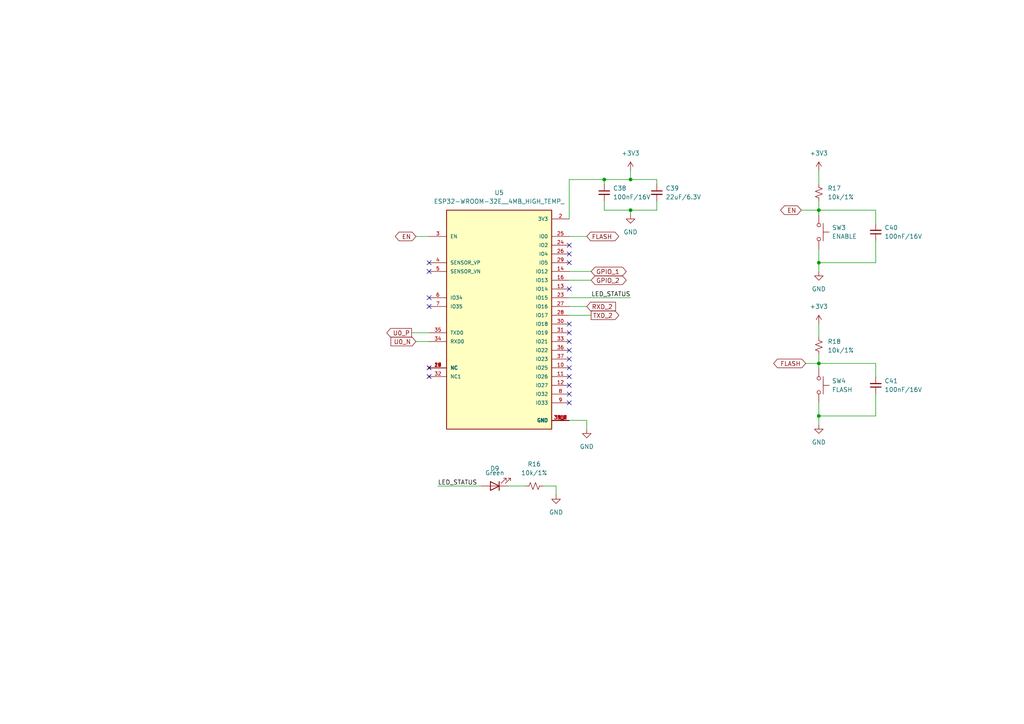
<source format=kicad_sch>
(kicad_sch (version 20230121) (generator eeschema)

  (uuid a303f1ac-9a01-4ec7-8c58-c67d6953299b)

  (paper "A4")

  (title_block
    (title "ESP32")
    (date "2024-03-08")
  )

  (lib_symbols
    (symbol "Device:C_Small" (pin_numbers hide) (pin_names (offset 0.254) hide) (in_bom yes) (on_board yes)
      (property "Reference" "C" (at 0.254 1.778 0)
        (effects (font (size 1.27 1.27)) (justify left))
      )
      (property "Value" "C_Small" (at 0.254 -2.032 0)
        (effects (font (size 1.27 1.27)) (justify left))
      )
      (property "Footprint" "" (at 0 0 0)
        (effects (font (size 1.27 1.27)) hide)
      )
      (property "Datasheet" "~" (at 0 0 0)
        (effects (font (size 1.27 1.27)) hide)
      )
      (property "ki_keywords" "capacitor cap" (at 0 0 0)
        (effects (font (size 1.27 1.27)) hide)
      )
      (property "ki_description" "Unpolarized capacitor, small symbol" (at 0 0 0)
        (effects (font (size 1.27 1.27)) hide)
      )
      (property "ki_fp_filters" "C_*" (at 0 0 0)
        (effects (font (size 1.27 1.27)) hide)
      )
      (symbol "C_Small_0_1"
        (polyline
          (pts
            (xy -1.524 -0.508)
            (xy 1.524 -0.508)
          )
          (stroke (width 0.3302) (type default))
          (fill (type none))
        )
        (polyline
          (pts
            (xy -1.524 0.508)
            (xy 1.524 0.508)
          )
          (stroke (width 0.3048) (type default))
          (fill (type none))
        )
      )
      (symbol "C_Small_1_1"
        (pin passive line (at 0 2.54 270) (length 2.032)
          (name "~" (effects (font (size 1.27 1.27))))
          (number "1" (effects (font (size 1.27 1.27))))
        )
        (pin passive line (at 0 -2.54 90) (length 2.032)
          (name "~" (effects (font (size 1.27 1.27))))
          (number "2" (effects (font (size 1.27 1.27))))
        )
      )
    )
    (symbol "Device:LED" (pin_numbers hide) (pin_names (offset 1.016) hide) (in_bom yes) (on_board yes)
      (property "Reference" "D" (at 0 2.54 0)
        (effects (font (size 1.27 1.27)))
      )
      (property "Value" "LED" (at 0 -2.54 0)
        (effects (font (size 1.27 1.27)))
      )
      (property "Footprint" "" (at 0 0 0)
        (effects (font (size 1.27 1.27)) hide)
      )
      (property "Datasheet" "~" (at 0 0 0)
        (effects (font (size 1.27 1.27)) hide)
      )
      (property "ki_keywords" "LED diode" (at 0 0 0)
        (effects (font (size 1.27 1.27)) hide)
      )
      (property "ki_description" "Light emitting diode" (at 0 0 0)
        (effects (font (size 1.27 1.27)) hide)
      )
      (property "ki_fp_filters" "LED* LED_SMD:* LED_THT:*" (at 0 0 0)
        (effects (font (size 1.27 1.27)) hide)
      )
      (symbol "LED_0_1"
        (polyline
          (pts
            (xy -1.27 -1.27)
            (xy -1.27 1.27)
          )
          (stroke (width 0.254) (type default))
          (fill (type none))
        )
        (polyline
          (pts
            (xy -1.27 0)
            (xy 1.27 0)
          )
          (stroke (width 0) (type default))
          (fill (type none))
        )
        (polyline
          (pts
            (xy 1.27 -1.27)
            (xy 1.27 1.27)
            (xy -1.27 0)
            (xy 1.27 -1.27)
          )
          (stroke (width 0.254) (type default))
          (fill (type none))
        )
        (polyline
          (pts
            (xy -3.048 -0.762)
            (xy -4.572 -2.286)
            (xy -3.81 -2.286)
            (xy -4.572 -2.286)
            (xy -4.572 -1.524)
          )
          (stroke (width 0) (type default))
          (fill (type none))
        )
        (polyline
          (pts
            (xy -1.778 -0.762)
            (xy -3.302 -2.286)
            (xy -2.54 -2.286)
            (xy -3.302 -2.286)
            (xy -3.302 -1.524)
          )
          (stroke (width 0) (type default))
          (fill (type none))
        )
      )
      (symbol "LED_1_1"
        (pin passive line (at -3.81 0 0) (length 2.54)
          (name "K" (effects (font (size 1.27 1.27))))
          (number "1" (effects (font (size 1.27 1.27))))
        )
        (pin passive line (at 3.81 0 180) (length 2.54)
          (name "A" (effects (font (size 1.27 1.27))))
          (number "2" (effects (font (size 1.27 1.27))))
        )
      )
    )
    (symbol "Device:R_Small_US" (pin_numbers hide) (pin_names (offset 0.254) hide) (in_bom yes) (on_board yes)
      (property "Reference" "R" (at 0.762 0.508 0)
        (effects (font (size 1.27 1.27)) (justify left))
      )
      (property "Value" "R_Small_US" (at 0.762 -1.016 0)
        (effects (font (size 1.27 1.27)) (justify left))
      )
      (property "Footprint" "" (at 0 0 0)
        (effects (font (size 1.27 1.27)) hide)
      )
      (property "Datasheet" "~" (at 0 0 0)
        (effects (font (size 1.27 1.27)) hide)
      )
      (property "ki_keywords" "r resistor" (at 0 0 0)
        (effects (font (size 1.27 1.27)) hide)
      )
      (property "ki_description" "Resistor, small US symbol" (at 0 0 0)
        (effects (font (size 1.27 1.27)) hide)
      )
      (property "ki_fp_filters" "R_*" (at 0 0 0)
        (effects (font (size 1.27 1.27)) hide)
      )
      (symbol "R_Small_US_1_1"
        (polyline
          (pts
            (xy 0 0)
            (xy 1.016 -0.381)
            (xy 0 -0.762)
            (xy -1.016 -1.143)
            (xy 0 -1.524)
          )
          (stroke (width 0) (type default))
          (fill (type none))
        )
        (polyline
          (pts
            (xy 0 1.524)
            (xy 1.016 1.143)
            (xy 0 0.762)
            (xy -1.016 0.381)
            (xy 0 0)
          )
          (stroke (width 0) (type default))
          (fill (type none))
        )
        (pin passive line (at 0 2.54 270) (length 1.016)
          (name "~" (effects (font (size 1.27 1.27))))
          (number "1" (effects (font (size 1.27 1.27))))
        )
        (pin passive line (at 0 -2.54 90) (length 1.016)
          (name "~" (effects (font (size 1.27 1.27))))
          (number "2" (effects (font (size 1.27 1.27))))
        )
      )
    )
    (symbol "ESP32-WROOM-32E__4MB_HIGH_TEMP_:ESP32-WROOM-32E__4MB_HIGH_TEMP_" (pin_names (offset 1.016)) (in_bom yes) (on_board yes)
      (property "Reference" "U" (at -15.24 33.909 0)
        (effects (font (size 1.27 1.27)) (justify left bottom))
      )
      (property "Value" "ESP32-WROOM-32E__4MB_HIGH_TEMP_" (at -15.24 -33.02 0)
        (effects (font (size 1.27 1.27)) (justify left bottom))
      )
      (property "Footprint" "ESP32-WROOM-32E__4MB_HIGH_TEMP_:XCVR_ESP32-WROOM-32E__4MB_HIGH_TEMP_" (at 0 0 0)
        (effects (font (size 1.27 1.27)) (justify bottom) hide)
      )
      (property "Datasheet" "" (at 0 0 0)
        (effects (font (size 1.27 1.27)) hide)
      )
      (property "URL" "https://www.thegioiic.com/esp32-wroom-32e-n4-module-wifi-bluetooth-4mb-flash-2-4ghz" (at 0 0 0)
        (effects (font (size 1.27 1.27)) hide)
      )
      (symbol "ESP32-WROOM-32E__4MB_HIGH_TEMP__0_0"
        (rectangle (start -15.24 -30.48) (end 15.24 33.02)
          (stroke (width 0.254) (type default))
          (fill (type background))
        )
        (pin power_in line (at 20.32 -27.94 180) (length 5.08)
          (name "GND" (effects (font (size 1.016 1.016))))
          (number "1" (effects (font (size 1.016 1.016))))
        )
        (pin bidirectional line (at 20.32 -12.7 180) (length 5.08)
          (name "IO25" (effects (font (size 1.016 1.016))))
          (number "10" (effects (font (size 1.016 1.016))))
        )
        (pin bidirectional line (at 20.32 -15.24 180) (length 5.08)
          (name "IO26" (effects (font (size 1.016 1.016))))
          (number "11" (effects (font (size 1.016 1.016))))
        )
        (pin bidirectional line (at 20.32 -17.78 180) (length 5.08)
          (name "IO27" (effects (font (size 1.016 1.016))))
          (number "12" (effects (font (size 1.016 1.016))))
        )
        (pin bidirectional line (at 20.32 10.16 180) (length 5.08)
          (name "IO14" (effects (font (size 1.016 1.016))))
          (number "13" (effects (font (size 1.016 1.016))))
        )
        (pin bidirectional line (at 20.32 15.24 180) (length 5.08)
          (name "IO12" (effects (font (size 1.016 1.016))))
          (number "14" (effects (font (size 1.016 1.016))))
        )
        (pin power_in line (at 20.32 -27.94 180) (length 5.08)
          (name "GND" (effects (font (size 1.016 1.016))))
          (number "15" (effects (font (size 1.016 1.016))))
        )
        (pin bidirectional line (at 20.32 12.7 180) (length 5.08)
          (name "IO13" (effects (font (size 1.016 1.016))))
          (number "16" (effects (font (size 1.016 1.016))))
        )
        (pin no_connect line (at -20.32 -12.7 0) (length 5.08)
          (name "NC" (effects (font (size 1.016 1.016))))
          (number "17" (effects (font (size 1.016 1.016))))
        )
        (pin no_connect line (at -20.32 -12.7 0) (length 5.08)
          (name "NC" (effects (font (size 1.016 1.016))))
          (number "18" (effects (font (size 1.016 1.016))))
        )
        (pin no_connect line (at -20.32 -12.7 0) (length 5.08)
          (name "NC" (effects (font (size 1.016 1.016))))
          (number "19" (effects (font (size 1.016 1.016))))
        )
        (pin power_in line (at 20.32 30.48 180) (length 5.08)
          (name "3V3" (effects (font (size 1.016 1.016))))
          (number "2" (effects (font (size 1.016 1.016))))
        )
        (pin no_connect line (at -20.32 -12.7 0) (length 5.08)
          (name "NC" (effects (font (size 1.016 1.016))))
          (number "20" (effects (font (size 1.016 1.016))))
        )
        (pin no_connect line (at -20.32 -12.7 0) (length 5.08)
          (name "NC" (effects (font (size 1.016 1.016))))
          (number "21" (effects (font (size 1.016 1.016))))
        )
        (pin no_connect line (at -20.32 -12.7 0) (length 5.08)
          (name "NC" (effects (font (size 1.016 1.016))))
          (number "22" (effects (font (size 1.016 1.016))))
        )
        (pin bidirectional line (at 20.32 7.62 180) (length 5.08)
          (name "IO15" (effects (font (size 1.016 1.016))))
          (number "23" (effects (font (size 1.016 1.016))))
        )
        (pin bidirectional line (at 20.32 22.86 180) (length 5.08)
          (name "IO2" (effects (font (size 1.016 1.016))))
          (number "24" (effects (font (size 1.016 1.016))))
        )
        (pin bidirectional line (at 20.32 25.4 180) (length 5.08)
          (name "IO0" (effects (font (size 1.016 1.016))))
          (number "25" (effects (font (size 1.016 1.016))))
        )
        (pin bidirectional line (at 20.32 20.32 180) (length 5.08)
          (name "IO4" (effects (font (size 1.016 1.016))))
          (number "26" (effects (font (size 1.016 1.016))))
        )
        (pin bidirectional line (at 20.32 5.08 180) (length 5.08)
          (name "IO16" (effects (font (size 1.016 1.016))))
          (number "27" (effects (font (size 1.016 1.016))))
        )
        (pin bidirectional line (at 20.32 2.54 180) (length 5.08)
          (name "IO17" (effects (font (size 1.016 1.016))))
          (number "28" (effects (font (size 1.016 1.016))))
        )
        (pin bidirectional line (at 20.32 17.78 180) (length 5.08)
          (name "IO5" (effects (font (size 1.016 1.016))))
          (number "29" (effects (font (size 1.016 1.016))))
        )
        (pin input line (at -20.32 25.4 0) (length 5.08)
          (name "EN" (effects (font (size 1.016 1.016))))
          (number "3" (effects (font (size 1.016 1.016))))
        )
        (pin bidirectional line (at 20.32 0 180) (length 5.08)
          (name "IO18" (effects (font (size 1.016 1.016))))
          (number "30" (effects (font (size 1.016 1.016))))
        )
        (pin bidirectional line (at 20.32 -2.54 180) (length 5.08)
          (name "IO19" (effects (font (size 1.016 1.016))))
          (number "31" (effects (font (size 1.016 1.016))))
        )
        (pin no_connect line (at -20.32 -15.24 0) (length 5.08)
          (name "NC1" (effects (font (size 1.016 1.016))))
          (number "32" (effects (font (size 1.016 1.016))))
        )
        (pin bidirectional line (at 20.32 -5.08 180) (length 5.08)
          (name "IO21" (effects (font (size 1.016 1.016))))
          (number "33" (effects (font (size 1.016 1.016))))
        )
        (pin bidirectional line (at -20.32 -5.08 0) (length 5.08)
          (name "RXD0" (effects (font (size 1.016 1.016))))
          (number "34" (effects (font (size 1.016 1.016))))
        )
        (pin bidirectional line (at -20.32 -2.54 0) (length 5.08)
          (name "TXD0" (effects (font (size 1.016 1.016))))
          (number "35" (effects (font (size 1.016 1.016))))
        )
        (pin bidirectional line (at 20.32 -7.62 180) (length 5.08)
          (name "IO22" (effects (font (size 1.016 1.016))))
          (number "36" (effects (font (size 1.016 1.016))))
        )
        (pin bidirectional line (at 20.32 -10.16 180) (length 5.08)
          (name "IO23" (effects (font (size 1.016 1.016))))
          (number "37" (effects (font (size 1.016 1.016))))
        )
        (pin power_in line (at 20.32 -27.94 180) (length 5.08)
          (name "GND" (effects (font (size 1.016 1.016))))
          (number "38" (effects (font (size 1.016 1.016))))
        )
        (pin power_in line (at 20.32 -27.94 180) (length 5.08)
          (name "GND" (effects (font (size 1.016 1.016))))
          (number "39_1" (effects (font (size 1.016 1.016))))
        )
        (pin power_in line (at 20.32 -27.94 180) (length 5.08)
          (name "GND" (effects (font (size 1.016 1.016))))
          (number "39_2" (effects (font (size 1.016 1.016))))
        )
        (pin power_in line (at 20.32 -27.94 180) (length 5.08)
          (name "GND" (effects (font (size 1.016 1.016))))
          (number "39_3" (effects (font (size 1.016 1.016))))
        )
        (pin power_in line (at 20.32 -27.94 180) (length 5.08)
          (name "GND" (effects (font (size 1.016 1.016))))
          (number "39_4" (effects (font (size 1.016 1.016))))
        )
        (pin power_in line (at 20.32 -27.94 180) (length 5.08)
          (name "GND" (effects (font (size 1.016 1.016))))
          (number "39_5" (effects (font (size 1.016 1.016))))
        )
        (pin power_in line (at 20.32 -27.94 180) (length 5.08)
          (name "GND" (effects (font (size 1.016 1.016))))
          (number "39_6" (effects (font (size 1.016 1.016))))
        )
        (pin power_in line (at 20.32 -27.94 180) (length 5.08)
          (name "GND" (effects (font (size 1.016 1.016))))
          (number "39_7" (effects (font (size 1.016 1.016))))
        )
        (pin power_in line (at 20.32 -27.94 180) (length 5.08)
          (name "GND" (effects (font (size 1.016 1.016))))
          (number "39_8" (effects (font (size 1.016 1.016))))
        )
        (pin power_in line (at 20.32 -27.94 180) (length 5.08)
          (name "GND" (effects (font (size 1.016 1.016))))
          (number "39_9" (effects (font (size 1.016 1.016))))
        )
        (pin input line (at -20.32 17.78 0) (length 5.08)
          (name "SENSOR_VP" (effects (font (size 1.016 1.016))))
          (number "4" (effects (font (size 1.016 1.016))))
        )
        (pin input line (at -20.32 15.24 0) (length 5.08)
          (name "SENSOR_VN" (effects (font (size 1.016 1.016))))
          (number "5" (effects (font (size 1.016 1.016))))
        )
        (pin input line (at -20.32 7.62 0) (length 5.08)
          (name "IO34" (effects (font (size 1.016 1.016))))
          (number "6" (effects (font (size 1.016 1.016))))
        )
        (pin input line (at -20.32 5.08 0) (length 5.08)
          (name "IO35" (effects (font (size 1.016 1.016))))
          (number "7" (effects (font (size 1.016 1.016))))
        )
        (pin bidirectional line (at 20.32 -20.32 180) (length 5.08)
          (name "IO32" (effects (font (size 1.016 1.016))))
          (number "8" (effects (font (size 1.016 1.016))))
        )
        (pin bidirectional line (at 20.32 -22.86 180) (length 5.08)
          (name "IO33" (effects (font (size 1.016 1.016))))
          (number "9" (effects (font (size 1.016 1.016))))
        )
      )
    )
    (symbol "Switch:SW_Push" (pin_numbers hide) (pin_names (offset 1.016) hide) (in_bom yes) (on_board yes)
      (property "Reference" "SW" (at 1.27 2.54 0)
        (effects (font (size 1.27 1.27)) (justify left))
      )
      (property "Value" "SW_Push" (at 0 -1.524 0)
        (effects (font (size 1.27 1.27)))
      )
      (property "Footprint" "" (at 0 5.08 0)
        (effects (font (size 1.27 1.27)) hide)
      )
      (property "Datasheet" "~" (at 0 5.08 0)
        (effects (font (size 1.27 1.27)) hide)
      )
      (property "ki_keywords" "switch normally-open pushbutton push-button" (at 0 0 0)
        (effects (font (size 1.27 1.27)) hide)
      )
      (property "ki_description" "Push button switch, generic, two pins" (at 0 0 0)
        (effects (font (size 1.27 1.27)) hide)
      )
      (symbol "SW_Push_0_1"
        (circle (center -2.032 0) (radius 0.508)
          (stroke (width 0) (type default))
          (fill (type none))
        )
        (polyline
          (pts
            (xy 0 1.27)
            (xy 0 3.048)
          )
          (stroke (width 0) (type default))
          (fill (type none))
        )
        (polyline
          (pts
            (xy 2.54 1.27)
            (xy -2.54 1.27)
          )
          (stroke (width 0) (type default))
          (fill (type none))
        )
        (circle (center 2.032 0) (radius 0.508)
          (stroke (width 0) (type default))
          (fill (type none))
        )
        (pin passive line (at -5.08 0 0) (length 2.54)
          (name "1" (effects (font (size 1.27 1.27))))
          (number "1" (effects (font (size 1.27 1.27))))
        )
        (pin passive line (at 5.08 0 180) (length 2.54)
          (name "2" (effects (font (size 1.27 1.27))))
          (number "2" (effects (font (size 1.27 1.27))))
        )
      )
    )
    (symbol "power:+3V3" (power) (pin_names (offset 0)) (in_bom yes) (on_board yes)
      (property "Reference" "#PWR" (at 0 -3.81 0)
        (effects (font (size 1.27 1.27)) hide)
      )
      (property "Value" "+3V3" (at 0 3.556 0)
        (effects (font (size 1.27 1.27)))
      )
      (property "Footprint" "" (at 0 0 0)
        (effects (font (size 1.27 1.27)) hide)
      )
      (property "Datasheet" "" (at 0 0 0)
        (effects (font (size 1.27 1.27)) hide)
      )
      (property "ki_keywords" "global power" (at 0 0 0)
        (effects (font (size 1.27 1.27)) hide)
      )
      (property "ki_description" "Power symbol creates a global label with name \"+3V3\"" (at 0 0 0)
        (effects (font (size 1.27 1.27)) hide)
      )
      (symbol "+3V3_0_1"
        (polyline
          (pts
            (xy -0.762 1.27)
            (xy 0 2.54)
          )
          (stroke (width 0) (type default))
          (fill (type none))
        )
        (polyline
          (pts
            (xy 0 0)
            (xy 0 2.54)
          )
          (stroke (width 0) (type default))
          (fill (type none))
        )
        (polyline
          (pts
            (xy 0 2.54)
            (xy 0.762 1.27)
          )
          (stroke (width 0) (type default))
          (fill (type none))
        )
      )
      (symbol "+3V3_1_1"
        (pin power_in line (at 0 0 90) (length 0) hide
          (name "+3V3" (effects (font (size 1.27 1.27))))
          (number "1" (effects (font (size 1.27 1.27))))
        )
      )
    )
    (symbol "power:GND" (power) (pin_names (offset 0)) (in_bom yes) (on_board yes)
      (property "Reference" "#PWR" (at 0 -6.35 0)
        (effects (font (size 1.27 1.27)) hide)
      )
      (property "Value" "GND" (at 0 -3.81 0)
        (effects (font (size 1.27 1.27)))
      )
      (property "Footprint" "" (at 0 0 0)
        (effects (font (size 1.27 1.27)) hide)
      )
      (property "Datasheet" "" (at 0 0 0)
        (effects (font (size 1.27 1.27)) hide)
      )
      (property "ki_keywords" "global power" (at 0 0 0)
        (effects (font (size 1.27 1.27)) hide)
      )
      (property "ki_description" "Power symbol creates a global label with name \"GND\" , ground" (at 0 0 0)
        (effects (font (size 1.27 1.27)) hide)
      )
      (symbol "GND_0_1"
        (polyline
          (pts
            (xy 0 0)
            (xy 0 -1.27)
            (xy 1.27 -1.27)
            (xy 0 -2.54)
            (xy -1.27 -1.27)
            (xy 0 -1.27)
          )
          (stroke (width 0) (type default))
          (fill (type none))
        )
      )
      (symbol "GND_1_1"
        (pin power_in line (at 0 0 270) (length 0) hide
          (name "GND" (effects (font (size 1.27 1.27))))
          (number "1" (effects (font (size 1.27 1.27))))
        )
      )
    )
  )

  (junction (at 237.49 60.96) (diameter 0) (color 0 0 0 0)
    (uuid 2016b1c5-7092-4f6c-8fb7-ad9aa577f7bd)
  )
  (junction (at 237.49 76.2) (diameter 0) (color 0 0 0 0)
    (uuid 2b2f8375-486c-4341-a270-ade5ed46dfc6)
  )
  (junction (at 182.88 60.96) (diameter 0) (color 0 0 0 0)
    (uuid 35e68575-1c82-46f8-b2d8-0f07ac425437)
  )
  (junction (at 175.26 52.07) (diameter 0) (color 0 0 0 0)
    (uuid 4499b719-a664-4b8b-851e-1a8983ef414c)
  )
  (junction (at 182.88 52.07) (diameter 0) (color 0 0 0 0)
    (uuid 44feb24e-3d8e-45bd-a1c4-1defe8b7aae6)
  )
  (junction (at 237.49 105.41) (diameter 0) (color 0 0 0 0)
    (uuid 7d48bb8d-055d-4aaf-b5e7-cb7f811993f0)
  )
  (junction (at 237.49 120.65) (diameter 0) (color 0 0 0 0)
    (uuid d28b04c0-eb54-4c64-8d79-ea4c64782767)
  )

  (no_connect (at 165.1 116.84) (uuid 00041722-9b3b-48d8-b6f1-3be67a8eafd4))
  (no_connect (at 124.46 88.9) (uuid 1061cac3-a743-4d0d-ba9f-6a6c780cd348))
  (no_connect (at 165.1 114.3) (uuid 1391560d-844c-48a3-a7eb-dcdfb932fe84))
  (no_connect (at 124.46 109.22) (uuid 1531ef82-031c-443d-974c-e3aa54af5b52))
  (no_connect (at 165.1 111.76) (uuid 27145ae5-477f-4a87-9164-e901c1bb4d65))
  (no_connect (at 165.1 83.82) (uuid 325005c6-e1c8-4723-90f2-6adbde4c48bb))
  (no_connect (at 124.46 86.36) (uuid 40799c6f-39ec-41c7-9b78-01fdf0bf982b))
  (no_connect (at 165.1 101.6) (uuid 4cd20153-a27d-4490-8e7c-55f39ba109f5))
  (no_connect (at 165.1 71.12) (uuid 4f0f0692-debc-454d-8f13-427ea3f9f7fa))
  (no_connect (at 165.1 106.68) (uuid 61e86695-d526-494b-93bf-9806abf4ae58))
  (no_connect (at 165.1 76.2) (uuid 710f0323-a9a3-4698-a41e-bdd3e54f2a64))
  (no_connect (at 165.1 73.66) (uuid 836f3bee-7e2a-4e97-9dfc-fc0e42ddf8dd))
  (no_connect (at 165.1 109.22) (uuid a2691ad2-b3a1-43e0-9f50-376b687c5ebe))
  (no_connect (at 165.1 104.14) (uuid a2cd0782-3aca-4abc-bc31-ce5c4fa72279))
  (no_connect (at 124.46 76.2) (uuid acccb8b0-a63b-4df1-a5d6-c06100174bcf))
  (no_connect (at 124.46 78.74) (uuid b5dd0ee3-c36a-4ddc-b318-12b028300daa))
  (no_connect (at 165.1 93.98) (uuid c1b7c3c2-281d-4e6c-929b-fee6e28d61b8))
  (no_connect (at 124.46 106.68) (uuid c21aeab5-b07e-4bff-921f-ea57a87e5215))
  (no_connect (at 165.1 96.52) (uuid c9684dd0-9d91-4dca-9c3f-18bf8fee2726))
  (no_connect (at 165.1 99.06) (uuid febe11c0-b77d-4745-a12a-9d5e12c2e2f3))

  (wire (pts (xy 182.88 86.36) (xy 165.1 86.36))
    (stroke (width 0) (type default))
    (uuid 03ec3611-d656-40dc-aca8-ea4279379927)
  )
  (wire (pts (xy 120.65 99.06) (xy 124.46 99.06))
    (stroke (width 0) (type default))
    (uuid 0787805f-3acb-4b1e-87d5-8392332613a5)
  )
  (wire (pts (xy 182.88 60.96) (xy 190.5 60.96))
    (stroke (width 0) (type default))
    (uuid 08d8a8bb-2468-4569-bc4a-ca5bcbfd8227)
  )
  (wire (pts (xy 175.26 52.07) (xy 182.88 52.07))
    (stroke (width 0) (type default))
    (uuid 0b0a498d-95ae-4bf2-9e66-17778c189d7f)
  )
  (wire (pts (xy 171.45 78.74) (xy 165.1 78.74))
    (stroke (width 0) (type default))
    (uuid 0eb953ec-ceb4-4bdd-938d-5c719f2e5daf)
  )
  (wire (pts (xy 182.88 52.07) (xy 190.5 52.07))
    (stroke (width 0) (type default))
    (uuid 128ef19e-8fcc-4e67-97e3-b0080f229e0c)
  )
  (wire (pts (xy 237.49 105.41) (xy 237.49 106.68))
    (stroke (width 0) (type default))
    (uuid 17e44593-c82f-4d60-8675-1ccd70e0ef0d)
  )
  (wire (pts (xy 120.65 68.58) (xy 124.46 68.58))
    (stroke (width 0) (type default))
    (uuid 1df77509-0fd2-457c-ab9d-162fa99081e1)
  )
  (wire (pts (xy 237.49 76.2) (xy 254 76.2))
    (stroke (width 0) (type default))
    (uuid 1e2e174a-a28b-4fb3-9ed3-156e42a3294d)
  )
  (wire (pts (xy 237.49 76.2) (xy 237.49 78.74))
    (stroke (width 0) (type default))
    (uuid 20aa7fb4-fcd9-41e4-be68-8bb24e8ea889)
  )
  (wire (pts (xy 254 76.2) (xy 254 69.85))
    (stroke (width 0) (type default))
    (uuid 2ccd273f-c4a0-4492-9e23-0b7bb36af2d7)
  )
  (wire (pts (xy 237.49 60.96) (xy 237.49 62.23))
    (stroke (width 0) (type default))
    (uuid 31c4e404-155b-4c13-affd-f14dad6353c4)
  )
  (wire (pts (xy 237.49 72.39) (xy 237.49 76.2))
    (stroke (width 0) (type default))
    (uuid 38f9edf1-aa5d-477f-a889-e60794ac5cc2)
  )
  (wire (pts (xy 254 109.22) (xy 254 105.41))
    (stroke (width 0) (type default))
    (uuid 3a5b2163-ea46-4671-8290-20a94688fedf)
  )
  (wire (pts (xy 237.49 58.42) (xy 237.49 60.96))
    (stroke (width 0) (type default))
    (uuid 3b0d1c12-2c2b-4fd5-b7e6-c62149996e59)
  )
  (wire (pts (xy 170.18 88.9) (xy 165.1 88.9))
    (stroke (width 0) (type default))
    (uuid 3e48e7cd-1ee8-4d15-8342-4521f27773e2)
  )
  (wire (pts (xy 157.48 140.97) (xy 161.29 140.97))
    (stroke (width 0) (type default))
    (uuid 3fb82a2e-2888-43e4-92c2-cce798c8b5af)
  )
  (wire (pts (xy 170.18 121.92) (xy 165.1 121.92))
    (stroke (width 0) (type default))
    (uuid 4167969b-e10b-4088-b07c-307e82e06612)
  )
  (wire (pts (xy 161.29 140.97) (xy 161.29 143.51))
    (stroke (width 0) (type default))
    (uuid 46decc5c-a2ed-4b6c-877f-434ecba828a2)
  )
  (wire (pts (xy 237.49 102.87) (xy 237.49 105.41))
    (stroke (width 0) (type default))
    (uuid 48cefaeb-4ac6-4d76-92d0-24328b672d75)
  )
  (wire (pts (xy 237.49 93.98) (xy 237.49 97.79))
    (stroke (width 0) (type default))
    (uuid 4c7d3491-a651-488e-8493-9ff2be27153d)
  )
  (wire (pts (xy 190.5 52.07) (xy 190.5 53.34))
    (stroke (width 0) (type default))
    (uuid 4ec48d87-049a-4251-8deb-c81bf54e7c8f)
  )
  (wire (pts (xy 165.1 52.07) (xy 175.26 52.07))
    (stroke (width 0) (type default))
    (uuid 50f09be4-9b7e-451f-8117-7cebe3b266e9)
  )
  (wire (pts (xy 232.41 60.96) (xy 237.49 60.96))
    (stroke (width 0) (type default))
    (uuid 5842ca33-27da-48b7-b45b-ba335a9d9bba)
  )
  (wire (pts (xy 165.1 91.44) (xy 171.45 91.44))
    (stroke (width 0) (type default))
    (uuid 653bd415-e1f3-4bfc-b073-13a6068dc8bb)
  )
  (wire (pts (xy 182.88 49.53) (xy 182.88 52.07))
    (stroke (width 0) (type default))
    (uuid 66ac6a62-a3d9-43df-8c34-a1d5668eebdc)
  )
  (wire (pts (xy 165.1 81.28) (xy 171.45 81.28))
    (stroke (width 0) (type default))
    (uuid 6c506b54-3f5d-4c2d-b240-bc99096eac0c)
  )
  (wire (pts (xy 237.49 120.65) (xy 237.49 123.19))
    (stroke (width 0) (type default))
    (uuid 70ed56ee-3984-4478-b762-3af6668e2b68)
  )
  (wire (pts (xy 119.38 96.52) (xy 124.46 96.52))
    (stroke (width 0) (type default))
    (uuid 7eb8e947-62e0-435e-911a-146a11fa97e8)
  )
  (wire (pts (xy 170.18 124.46) (xy 170.18 121.92))
    (stroke (width 0) (type default))
    (uuid 8703c0d6-e872-482f-9c0a-10e2f0dd1fe3)
  )
  (wire (pts (xy 237.49 49.53) (xy 237.49 53.34))
    (stroke (width 0) (type default))
    (uuid 8840a2fb-f49d-4a57-bd69-a6780a1817af)
  )
  (wire (pts (xy 254 64.77) (xy 254 60.96))
    (stroke (width 0) (type default))
    (uuid 8a05d3c1-c9f5-4d8f-a8b9-aa87cb01a1da)
  )
  (wire (pts (xy 237.49 116.84) (xy 237.49 120.65))
    (stroke (width 0) (type default))
    (uuid 8b1b9717-7ec2-4648-9ce3-d1684931b77b)
  )
  (wire (pts (xy 237.49 120.65) (xy 254 120.65))
    (stroke (width 0) (type default))
    (uuid 9169c513-2d32-4276-bac3-486773c6a0a3)
  )
  (wire (pts (xy 237.49 60.96) (xy 254 60.96))
    (stroke (width 0) (type default))
    (uuid 95619e94-62a8-442b-8b0c-98440843d93f)
  )
  (wire (pts (xy 170.18 68.58) (xy 165.1 68.58))
    (stroke (width 0) (type default))
    (uuid 9d6712d2-28fd-4997-9025-4bb32f4ed4b0)
  )
  (wire (pts (xy 237.49 105.41) (xy 254 105.41))
    (stroke (width 0) (type default))
    (uuid a45dbc25-a6fd-45ff-a375-3ff7fc4063aa)
  )
  (wire (pts (xy 127 140.97) (xy 139.7 140.97))
    (stroke (width 0) (type default))
    (uuid a60ae95b-cb70-49e8-95c0-c5c9bbd5c0a0)
  )
  (wire (pts (xy 254 120.65) (xy 254 114.3))
    (stroke (width 0) (type default))
    (uuid a7668980-daae-40de-b4b5-6ba5c7c641a5)
  )
  (wire (pts (xy 175.26 60.96) (xy 182.88 60.96))
    (stroke (width 0) (type default))
    (uuid b18c6c57-f309-413c-81d8-22bb862c87d4)
  )
  (wire (pts (xy 182.88 60.96) (xy 182.88 62.23))
    (stroke (width 0) (type default))
    (uuid bb2262ae-c78c-4473-b96c-d8476d3f45b2)
  )
  (wire (pts (xy 175.26 58.42) (xy 175.26 60.96))
    (stroke (width 0) (type default))
    (uuid bc2c5394-05a0-4d3d-9a2e-e18968418f99)
  )
  (wire (pts (xy 165.1 52.07) (xy 165.1 63.5))
    (stroke (width 0) (type default))
    (uuid c7373e31-04e9-41ec-9ad6-ddf95eee14ac)
  )
  (wire (pts (xy 147.32 140.97) (xy 152.4 140.97))
    (stroke (width 0) (type default))
    (uuid cbb6dae1-80f4-4d6a-ab4d-4c714be10953)
  )
  (wire (pts (xy 233.68 105.41) (xy 237.49 105.41))
    (stroke (width 0) (type default))
    (uuid eea8441b-0529-42ed-ab78-f6ffa1f579de)
  )
  (wire (pts (xy 175.26 52.07) (xy 175.26 53.34))
    (stroke (width 0) (type default))
    (uuid f45fd359-44de-4cb5-9aba-eeef58bc56d0)
  )
  (wire (pts (xy 190.5 60.96) (xy 190.5 58.42))
    (stroke (width 0) (type default))
    (uuid f4fff2ff-3d79-47c1-9eaf-13f55f1060f2)
  )

  (label "LED_STATUS" (at 182.88 86.36 180) (fields_autoplaced)
    (effects (font (size 1.27 1.27)) (justify right bottom))
    (uuid 3ff777ee-3acb-425a-8e6f-0d454636a9dc)
  )
  (label "LED_STATUS" (at 127 140.97 0) (fields_autoplaced)
    (effects (font (size 1.27 1.27)) (justify left bottom))
    (uuid ab92d1a2-d2cd-4138-b5ac-4a3b9ca6e8b4)
  )

  (global_label "U0_N" (shape input) (at 120.65 99.06 180) (fields_autoplaced)
    (effects (font (size 1.27 1.27)) (justify right))
    (uuid 2ead5b72-0bdd-4fbc-987d-0d83b1423ea6)
    (property "Intersheetrefs" "${INTERSHEET_REFS}" (at 112.9061 99.06 0)
      (effects (font (size 1.27 1.27)) (justify right) hide)
    )
  )
  (global_label "U0_P" (shape output) (at 119.38 96.52 180) (fields_autoplaced)
    (effects (font (size 1.27 1.27)) (justify right))
    (uuid 70243234-4346-4d7c-83ac-7a0d664b05e7)
    (property "Intersheetrefs" "${INTERSHEET_REFS}" (at 111.6966 96.52 0)
      (effects (font (size 1.27 1.27)) (justify right) hide)
    )
  )
  (global_label "GPIO_1" (shape bidirectional) (at 171.45 78.74 0) (fields_autoplaced)
    (effects (font (size 1.27 1.27)) (justify left))
    (uuid 7ad92f21-5375-41a5-a4cb-c0ce3dc88a12)
    (property "Intersheetrefs" "${INTERSHEET_REFS}" (at 182.1989 78.74 0)
      (effects (font (size 1.27 1.27)) (justify left) hide)
    )
  )
  (global_label "RXD_2" (shape input) (at 170.18 88.9 0) (fields_autoplaced)
    (effects (font (size 1.27 1.27)) (justify left))
    (uuid 850e5ca0-7316-4d92-9966-fc343eb3546b)
    (property "Intersheetrefs" "${INTERSHEET_REFS}" (at 179.0918 88.9 0)
      (effects (font (size 1.27 1.27)) (justify left) hide)
    )
  )
  (global_label "GPIO_2" (shape bidirectional) (at 171.45 81.28 0) (fields_autoplaced)
    (effects (font (size 1.27 1.27)) (justify left))
    (uuid ae594c4c-9559-45c8-ab1f-b79ecccc01a5)
    (property "Intersheetrefs" "${INTERSHEET_REFS}" (at 182.1989 81.28 0)
      (effects (font (size 1.27 1.27)) (justify left) hide)
    )
  )
  (global_label "EN" (shape bidirectional) (at 232.41 60.96 180) (fields_autoplaced)
    (effects (font (size 1.27 1.27)) (justify right))
    (uuid bd3966ef-7c3c-4a6e-88ad-8740070b03c0)
    (property "Intersheetrefs" "${INTERSHEET_REFS}" (at 225.834 60.96 0)
      (effects (font (size 1.27 1.27)) (justify right) hide)
    )
  )
  (global_label "FLASH" (shape bidirectional) (at 170.18 68.58 0) (fields_autoplaced)
    (effects (font (size 1.27 1.27)) (justify left))
    (uuid ce0d1593-406f-4a93-b098-3748a3852c0b)
    (property "Intersheetrefs" "${INTERSHEET_REFS}" (at 180.0218 68.58 0)
      (effects (font (size 1.27 1.27)) (justify left) hide)
    )
  )
  (global_label "TXD_2" (shape output) (at 171.45 91.44 0) (fields_autoplaced)
    (effects (font (size 1.27 1.27)) (justify left))
    (uuid d3c54be1-bbf3-454c-b662-129086b1bdd7)
    (property "Intersheetrefs" "${INTERSHEET_REFS}" (at 180.0594 91.44 0)
      (effects (font (size 1.27 1.27)) (justify left) hide)
    )
  )
  (global_label "EN" (shape bidirectional) (at 120.65 68.58 180) (fields_autoplaced)
    (effects (font (size 1.27 1.27)) (justify right))
    (uuid e48ac1d5-2fb5-4504-a3ec-034d676482de)
    (property "Intersheetrefs" "${INTERSHEET_REFS}" (at 114.074 68.58 0)
      (effects (font (size 1.27 1.27)) (justify right) hide)
    )
  )
  (global_label "FLASH" (shape bidirectional) (at 233.68 105.41 180) (fields_autoplaced)
    (effects (font (size 1.27 1.27)) (justify right))
    (uuid f7655996-c841-4821-b7e9-ac776cf1c973)
    (property "Intersheetrefs" "${INTERSHEET_REFS}" (at 223.8382 105.41 0)
      (effects (font (size 1.27 1.27)) (justify right) hide)
    )
  )

  (symbol (lib_id "power:GND") (at 237.49 123.19 0) (unit 1)
    (in_bom yes) (on_board yes) (dnp no) (fields_autoplaced)
    (uuid 015a4973-b012-484d-8f49-eb6b798126b3)
    (property "Reference" "#PWR052" (at 237.49 129.54 0)
      (effects (font (size 1.27 1.27)) hide)
    )
    (property "Value" "GND" (at 237.49 128.27 0)
      (effects (font (size 1.27 1.27)))
    )
    (property "Footprint" "" (at 237.49 123.19 0)
      (effects (font (size 1.27 1.27)) hide)
    )
    (property "Datasheet" "" (at 237.49 123.19 0)
      (effects (font (size 1.27 1.27)) hide)
    )
    (pin "1" (uuid d0b78599-1c16-49cb-8b89-c85cd32b3dc9))
    (instances
      (project "BTL_ESD"
        (path "/ce4779b4-6d78-42e3-84df-0a4e77629b0f/44099a2a-bdde-4bbb-bae9-9fc724f8d252"
          (reference "#PWR052") (unit 1)
        )
      )
    )
  )

  (symbol (lib_id "Device:C_Small") (at 190.5 55.88 0) (unit 1)
    (in_bom yes) (on_board yes) (dnp no) (fields_autoplaced)
    (uuid 0a02446d-5e08-41e2-80ed-74ac461ba365)
    (property "Reference" "C39" (at 193.04 54.6163 0)
      (effects (font (size 1.27 1.27)) (justify left))
    )
    (property "Value" "22uF/6.3V" (at 193.04 57.1563 0)
      (effects (font (size 1.27 1.27)) (justify left))
    )
    (property "Footprint" "Capacitor_SMD:C_0603_1608Metric_Pad1.08x0.95mm_HandSolder" (at 190.5 55.88 0)
      (effects (font (size 1.27 1.27)) hide)
    )
    (property "Datasheet" "~" (at 190.5 55.88 0)
      (effects (font (size 1.27 1.27)) hide)
    )
    (property "URL" "https://www.thegioiic.com/tu-gom-0603-22uf-6-3v" (at 190.5 55.88 0)
      (effects (font (size 1.27 1.27)) hide)
    )
    (pin "2" (uuid 31b5c6e2-e7d4-4492-affd-135985b736a1))
    (pin "1" (uuid abc13bd3-affa-47e4-bb0e-f539e2a44f79))
    (instances
      (project "BTL_ESD"
        (path "/ce4779b4-6d78-42e3-84df-0a4e77629b0f/44099a2a-bdde-4bbb-bae9-9fc724f8d252"
          (reference "C39") (unit 1)
        )
      )
    )
  )

  (symbol (lib_id "Device:R_Small_US") (at 237.49 100.33 0) (unit 1)
    (in_bom yes) (on_board yes) (dnp no) (fields_autoplaced)
    (uuid 0ea9f2bb-62ad-461d-9b75-49f9c568027a)
    (property "Reference" "R18" (at 240.03 99.06 0)
      (effects (font (size 1.27 1.27)) (justify left))
    )
    (property "Value" "10k/1%" (at 240.03 101.6 0)
      (effects (font (size 1.27 1.27)) (justify left))
    )
    (property "Footprint" "Resistor_SMD:R_0603_1608Metric_Pad0.98x0.95mm_HandSolder" (at 237.49 100.33 0)
      (effects (font (size 1.27 1.27)) hide)
    )
    (property "Datasheet" "~" (at 237.49 100.33 0)
      (effects (font (size 1.27 1.27)) hide)
    )
    (property "URL" "https://www.thegioiic.com/dien-tro-10-kohm-0603-1-" (at 237.49 100.33 0)
      (effects (font (size 1.27 1.27)) hide)
    )
    (pin "1" (uuid 66219560-2c7a-4a2f-b86e-a15fc4d87594))
    (pin "2" (uuid 2a8ff67a-601e-4349-9452-537a89484dd2))
    (instances
      (project "BTL_ESD"
        (path "/ce4779b4-6d78-42e3-84df-0a4e77629b0f/44099a2a-bdde-4bbb-bae9-9fc724f8d252"
          (reference "R18") (unit 1)
        )
      )
    )
  )

  (symbol (lib_id "power:+3V3") (at 237.49 49.53 0) (unit 1)
    (in_bom yes) (on_board yes) (dnp no) (fields_autoplaced)
    (uuid 3e0ddb0e-f623-44c6-b854-9a98aa7d08dc)
    (property "Reference" "#PWR049" (at 237.49 53.34 0)
      (effects (font (size 1.27 1.27)) hide)
    )
    (property "Value" "+3V3" (at 237.49 44.45 0)
      (effects (font (size 1.27 1.27)))
    )
    (property "Footprint" "" (at 237.49 49.53 0)
      (effects (font (size 1.27 1.27)) hide)
    )
    (property "Datasheet" "" (at 237.49 49.53 0)
      (effects (font (size 1.27 1.27)) hide)
    )
    (pin "1" (uuid 72697d49-438a-4c64-b54d-242440c9d083))
    (instances
      (project "BTL_ESD"
        (path "/ce4779b4-6d78-42e3-84df-0a4e77629b0f/44099a2a-bdde-4bbb-bae9-9fc724f8d252"
          (reference "#PWR049") (unit 1)
        )
      )
    )
  )

  (symbol (lib_id "Device:R_Small_US") (at 154.94 140.97 90) (unit 1)
    (in_bom yes) (on_board yes) (dnp no) (fields_autoplaced)
    (uuid 3f6799fd-3fc2-4fc8-9d28-807307ee62a6)
    (property "Reference" "R16" (at 154.94 134.62 90)
      (effects (font (size 1.27 1.27)))
    )
    (property "Value" "10k/1%" (at 154.94 137.16 90)
      (effects (font (size 1.27 1.27)))
    )
    (property "Footprint" "Resistor_SMD:R_0603_1608Metric_Pad0.98x0.95mm_HandSolder" (at 154.94 140.97 0)
      (effects (font (size 1.27 1.27)) hide)
    )
    (property "Datasheet" "~" (at 154.94 140.97 0)
      (effects (font (size 1.27 1.27)) hide)
    )
    (property "URL" "https://www.thegioiic.com/dien-tro-10-kohm-0603-1-" (at 154.94 140.97 0)
      (effects (font (size 1.27 1.27)) hide)
    )
    (pin "1" (uuid 0bf63586-05b3-452f-8a64-491e3119a037))
    (pin "2" (uuid 01e68803-2296-4cea-97a9-fa5bc74d219b))
    (instances
      (project "BTL_ESD"
        (path "/ce4779b4-6d78-42e3-84df-0a4e77629b0f/44099a2a-bdde-4bbb-bae9-9fc724f8d252"
          (reference "R16") (unit 1)
        )
      )
    )
  )

  (symbol (lib_id "Device:C_Small") (at 175.26 55.88 0) (unit 1)
    (in_bom yes) (on_board yes) (dnp no) (fields_autoplaced)
    (uuid 492bc592-5252-450c-b94a-002fa9a3fe60)
    (property "Reference" "C38" (at 177.8 54.6163 0)
      (effects (font (size 1.27 1.27)) (justify left))
    )
    (property "Value" "100nF/16V" (at 177.8 57.1563 0)
      (effects (font (size 1.27 1.27)) (justify left))
    )
    (property "Footprint" "Capacitor_SMD:C_0603_1608Metric_Pad1.08x0.95mm_HandSolder" (at 175.26 55.88 0)
      (effects (font (size 1.27 1.27)) hide)
    )
    (property "Datasheet" "~" (at 175.26 55.88 0)
      (effects (font (size 1.27 1.27)) hide)
    )
    (property "URL" "https://www.thegioiic.com/tu-gom-0603-100nf-0-1uf-16v" (at 175.26 55.88 0)
      (effects (font (size 1.27 1.27)) hide)
    )
    (pin "2" (uuid 4f5be591-457a-449c-9b1b-c0f1cb6bab5f))
    (pin "1" (uuid 544d118b-9d3d-4a44-afa1-ae48bb6eb261))
    (instances
      (project "BTL_ESD"
        (path "/ce4779b4-6d78-42e3-84df-0a4e77629b0f/44099a2a-bdde-4bbb-bae9-9fc724f8d252"
          (reference "C38") (unit 1)
        )
      )
    )
  )

  (symbol (lib_id "power:GND") (at 182.88 62.23 0) (unit 1)
    (in_bom yes) (on_board yes) (dnp no) (fields_autoplaced)
    (uuid 511877ad-e68f-4b91-8e24-c932a218317c)
    (property "Reference" "#PWR048" (at 182.88 68.58 0)
      (effects (font (size 1.27 1.27)) hide)
    )
    (property "Value" "GND" (at 182.88 67.31 0)
      (effects (font (size 1.27 1.27)))
    )
    (property "Footprint" "" (at 182.88 62.23 0)
      (effects (font (size 1.27 1.27)) hide)
    )
    (property "Datasheet" "" (at 182.88 62.23 0)
      (effects (font (size 1.27 1.27)) hide)
    )
    (pin "1" (uuid 4fc46dda-5371-4bed-8ff3-026a8281c7d8))
    (instances
      (project "BTL_ESD"
        (path "/ce4779b4-6d78-42e3-84df-0a4e77629b0f/44099a2a-bdde-4bbb-bae9-9fc724f8d252"
          (reference "#PWR048") (unit 1)
        )
      )
    )
  )

  (symbol (lib_id "ESP32-WROOM-32E__4MB_HIGH_TEMP_:ESP32-WROOM-32E__4MB_HIGH_TEMP_") (at 144.78 93.98 0) (unit 1)
    (in_bom yes) (on_board yes) (dnp no) (fields_autoplaced)
    (uuid 5a513e1e-a43e-41b8-9660-6d7c9af30197)
    (property "Reference" "U5" (at 144.78 55.88 0)
      (effects (font (size 1.27 1.27)))
    )
    (property "Value" "ESP32-WROOM-32E__4MB_HIGH_TEMP_" (at 144.78 58.42 0)
      (effects (font (size 1.27 1.27)))
    )
    (property "Footprint" "ESP32-WROOM-32E__4MB_HIGH_TEMP_:XCVR_ESP32-WROOM-32E__4MB_HIGH_TEMP_" (at 144.78 93.98 0)
      (effects (font (size 1.27 1.27)) (justify bottom) hide)
    )
    (property "Datasheet" "" (at 144.78 93.98 0)
      (effects (font (size 1.27 1.27)) hide)
    )
    (property "URL" "https://www.thegioiic.com/esp32-wroom-32e-n4-module-wifi-bluetooth-4mb-flash-2-4ghz" (at 144.78 93.98 0)
      (effects (font (size 1.27 1.27)) hide)
    )
    (pin "35" (uuid 29e9b793-49a8-4a27-b775-15661d7be9b3))
    (pin "39_8" (uuid ed980565-d372-40f1-9eaa-75d705d7ac0f))
    (pin "10" (uuid 59c04907-0562-49a3-9a57-19a65d95dd14))
    (pin "39_1" (uuid 8143cefa-2136-4400-82b3-e0aed9b9a6e4))
    (pin "9" (uuid 568182f8-64c1-4f6d-8fcf-b05372f6f14b))
    (pin "26" (uuid 67285c39-35b8-47aa-8873-765e253f2063))
    (pin "15" (uuid d696a6d6-60ca-4626-b1c9-34087e48dd28))
    (pin "33" (uuid 78d11032-0601-4284-b454-fd7a66fef676))
    (pin "39_6" (uuid 9447ef31-0b78-423f-89d9-bcebf1c253f8))
    (pin "14" (uuid 5f96294b-88ef-4043-a7a7-71337da75fa4))
    (pin "39_9" (uuid 4df899b9-d228-4cd0-967b-3162b8bb7cb1))
    (pin "32" (uuid 50413aaa-ba25-4710-b6c1-1414ff33e850))
    (pin "7" (uuid 37741a59-0794-40f9-a4b0-0f177e9a37e6))
    (pin "31" (uuid 2d7bd32f-7653-4c50-a13f-da6675e9bc19))
    (pin "11" (uuid 054d572f-bf02-4958-95f5-3d547163b0e9))
    (pin "12" (uuid 37a7d7a0-6c2a-4155-9650-646f6cbcd9dd))
    (pin "2" (uuid adec333f-0fb2-4ed6-88a3-9f5dd98876b6))
    (pin "21" (uuid 1dccc0db-be68-4724-8ee5-31d337f44627))
    (pin "24" (uuid 0a014219-6e8f-4005-a66b-ab1ee5593a7a))
    (pin "28" (uuid 443aefa7-f432-4b1e-a237-3acbba0ce4d3))
    (pin "29" (uuid eeeb90c0-f178-494d-9ec2-51854f10ae92))
    (pin "3" (uuid 47c24ae8-2b4f-4a07-8749-d6e152f21710))
    (pin "36" (uuid f6ff9126-b964-402d-85e7-1121775546d1))
    (pin "39_2" (uuid 4cba818a-eabf-4494-a45d-4ae870eaa5d1))
    (pin "37" (uuid 4db83f42-8cf4-4cb2-8c2f-a4daee9d7348))
    (pin "1" (uuid cbb91c35-69d4-45a1-91be-c9cb7d804c39))
    (pin "18" (uuid 5bc2695a-0808-414c-8400-1d171aa8db06))
    (pin "19" (uuid 74c2ce01-b2de-408a-ae14-e3f80c43cc7d))
    (pin "30" (uuid 55498cdc-f315-4c20-8295-0fb657ac120f))
    (pin "39_3" (uuid a1353653-0253-4dca-b447-05915d02d535))
    (pin "39_5" (uuid 52e90f11-fa9a-480b-ac24-253a7449d93c))
    (pin "5" (uuid 80f9624d-34ed-4501-ad82-cb7397dbf355))
    (pin "20" (uuid 90b2e196-6e90-488b-8245-1e59fa6c7a39))
    (pin "6" (uuid 214d35ad-5b63-45c6-b32a-3dbccb8b99bf))
    (pin "8" (uuid 501ef438-64c2-41f0-bbc5-ee64c2ca212b))
    (pin "16" (uuid 0a39d4e0-8e38-4806-938d-04d5814656e5))
    (pin "39_7" (uuid c0921e96-8097-4bbc-a966-70143212ab89))
    (pin "23" (uuid 0a4d4c4c-8ffb-42d0-8708-2e2b8b81458e))
    (pin "17" (uuid d8935f8a-d75d-40f1-8137-337d130804c9))
    (pin "38" (uuid 6e9fe019-ea84-4de4-8d3b-af8a468cf2f4))
    (pin "13" (uuid 0f7e2910-20c7-4d80-922a-03c10a91750a))
    (pin "22" (uuid f61b6c3f-5832-4e82-b405-21b8f866ad3a))
    (pin "25" (uuid 8238c7e7-f928-4fe5-ad38-ddffb3a70b3c))
    (pin "27" (uuid 181742d8-726f-4b4b-ad2e-3a3c304fbf10))
    (pin "4" (uuid d4fb6ea9-8723-4640-85f6-31d715fdcdf0))
    (pin "39_4" (uuid 49f259ee-c474-45df-843e-08a51915d52c))
    (pin "34" (uuid 48e25100-bc33-40aa-a019-8bfa32ab7a53))
    (instances
      (project "BTL_ESD"
        (path "/ce4779b4-6d78-42e3-84df-0a4e77629b0f/44099a2a-bdde-4bbb-bae9-9fc724f8d252"
          (reference "U5") (unit 1)
        )
      )
    )
  )

  (symbol (lib_id "Device:R_Small_US") (at 237.49 55.88 0) (unit 1)
    (in_bom yes) (on_board yes) (dnp no) (fields_autoplaced)
    (uuid 5ccf8c8b-2758-4e60-b82c-e911e3041b45)
    (property "Reference" "R17" (at 240.03 54.61 0)
      (effects (font (size 1.27 1.27)) (justify left))
    )
    (property "Value" "10k/1%" (at 240.03 57.15 0)
      (effects (font (size 1.27 1.27)) (justify left))
    )
    (property "Footprint" "Resistor_SMD:R_0603_1608Metric_Pad0.98x0.95mm_HandSolder" (at 237.49 55.88 0)
      (effects (font (size 1.27 1.27)) hide)
    )
    (property "Datasheet" "~" (at 237.49 55.88 0)
      (effects (font (size 1.27 1.27)) hide)
    )
    (property "URL" "https://www.thegioiic.com/dien-tro-10-kohm-0603-1-" (at 237.49 55.88 0)
      (effects (font (size 1.27 1.27)) hide)
    )
    (pin "1" (uuid 73842017-b79e-44b9-a1c9-5b0cdd9a52da))
    (pin "2" (uuid 99364a5f-f616-4d9c-b969-4734432ff870))
    (instances
      (project "BTL_ESD"
        (path "/ce4779b4-6d78-42e3-84df-0a4e77629b0f/44099a2a-bdde-4bbb-bae9-9fc724f8d252"
          (reference "R17") (unit 1)
        )
      )
    )
  )

  (symbol (lib_id "Switch:SW_Push") (at 237.49 67.31 270) (unit 1)
    (in_bom yes) (on_board yes) (dnp no) (fields_autoplaced)
    (uuid 603438ab-3d9f-42b7-a47d-489db84f69f8)
    (property "Reference" "SW3" (at 241.3 66.04 90)
      (effects (font (size 1.27 1.27)) (justify left))
    )
    (property "Value" "ENABLE" (at 241.3 68.58 90)
      (effects (font (size 1.27 1.27)) (justify left))
    )
    (property "Footprint" "Button_Switch_SMD:SW_SPST_B3U-1000P" (at 242.57 67.31 0)
      (effects (font (size 1.27 1.27)) hide)
    )
    (property "Datasheet" "~" (at 242.57 67.31 0)
      (effects (font (size 1.27 1.27)) hide)
    )
    (property "URL" "https://www.thegioiic.com/nut-nhan-3x4mm-cao-2-5mm-2-chan-smd" (at 237.49 67.31 0)
      (effects (font (size 1.27 1.27)) hide)
    )
    (pin "1" (uuid a7685936-d4d9-4e31-aaba-61f2e4b5d063))
    (pin "2" (uuid c7175d52-4daa-43d9-ac16-f0df0867dc8e))
    (instances
      (project "BTL_ESD"
        (path "/ce4779b4-6d78-42e3-84df-0a4e77629b0f/44099a2a-bdde-4bbb-bae9-9fc724f8d252"
          (reference "SW3") (unit 1)
        )
      )
    )
  )

  (symbol (lib_id "Device:C_Small") (at 254 67.31 180) (unit 1)
    (in_bom yes) (on_board yes) (dnp no) (fields_autoplaced)
    (uuid 66638dba-4a68-4da8-9dd8-07c5c570ad63)
    (property "Reference" "C40" (at 256.54 66.0336 0)
      (effects (font (size 1.27 1.27)) (justify right))
    )
    (property "Value" "100nF/16V" (at 256.54 68.5736 0)
      (effects (font (size 1.27 1.27)) (justify right))
    )
    (property "Footprint" "Capacitor_SMD:C_0603_1608Metric_Pad1.08x0.95mm_HandSolder" (at 254 67.31 0)
      (effects (font (size 1.27 1.27)) hide)
    )
    (property "Datasheet" "~" (at 254 67.31 0)
      (effects (font (size 1.27 1.27)) hide)
    )
    (property "URL" "https://www.thegioiic.com/tu-gom-0603-100nf-0-1uf-16v" (at 254 67.31 0)
      (effects (font (size 1.27 1.27)) hide)
    )
    (pin "1" (uuid 3163380b-1b41-4b48-be54-55df7c3451cc))
    (pin "2" (uuid 2830f167-ce92-429f-b790-37f34184b4a2))
    (instances
      (project "BTL_ESD"
        (path "/ce4779b4-6d78-42e3-84df-0a4e77629b0f/44099a2a-bdde-4bbb-bae9-9fc724f8d252"
          (reference "C40") (unit 1)
        )
      )
    )
  )

  (symbol (lib_id "power:GND") (at 170.18 124.46 0) (unit 1)
    (in_bom yes) (on_board yes) (dnp no) (fields_autoplaced)
    (uuid 6c4ab4ea-8a76-47c7-9ca2-dedb2f27a673)
    (property "Reference" "#PWR046" (at 170.18 130.81 0)
      (effects (font (size 1.27 1.27)) hide)
    )
    (property "Value" "GND" (at 170.18 129.54 0)
      (effects (font (size 1.27 1.27)))
    )
    (property "Footprint" "" (at 170.18 124.46 0)
      (effects (font (size 1.27 1.27)) hide)
    )
    (property "Datasheet" "" (at 170.18 124.46 0)
      (effects (font (size 1.27 1.27)) hide)
    )
    (pin "1" (uuid 97d9d5ef-b859-464d-842d-613f6bfc3c2a))
    (instances
      (project "BTL_ESD"
        (path "/ce4779b4-6d78-42e3-84df-0a4e77629b0f/44099a2a-bdde-4bbb-bae9-9fc724f8d252"
          (reference "#PWR046") (unit 1)
        )
      )
    )
  )

  (symbol (lib_id "Device:LED") (at 143.51 140.97 180) (unit 1)
    (in_bom yes) (on_board yes) (dnp no)
    (uuid 7b5bb40f-9211-4d24-b370-acad310e36f2)
    (property "Reference" "D9" (at 143.51 135.89 0)
      (effects (font (size 1.27 1.27)))
    )
    (property "Value" "Green" (at 143.51 137.16 0)
      (effects (font (size 1.27 1.27)))
    )
    (property "Footprint" "LED_SMD:LED_0805_2012Metric_Pad1.15x1.40mm_HandSolder" (at 143.51 140.97 0)
      (effects (font (size 1.27 1.27)) hide)
    )
    (property "Datasheet" "~" (at 143.51 140.97 0)
      (effects (font (size 1.27 1.27)) hide)
    )
    (property "URL" "https://www.thegioiic.com/led-xanh-la-0805-dan-smd-trong-suot-harvatek" (at 143.51 140.97 0)
      (effects (font (size 1.27 1.27)) hide)
    )
    (pin "2" (uuid 46c36370-774c-46c1-a203-d17f31324564))
    (pin "1" (uuid 8afed232-9c5d-4b4f-b836-97963aee2c17))
    (instances
      (project "BTL_ESD"
        (path "/ce4779b4-6d78-42e3-84df-0a4e77629b0f/44099a2a-bdde-4bbb-bae9-9fc724f8d252"
          (reference "D9") (unit 1)
        )
      )
    )
  )

  (symbol (lib_id "power:+3V3") (at 237.49 93.98 0) (unit 1)
    (in_bom yes) (on_board yes) (dnp no) (fields_autoplaced)
    (uuid 8a570fca-ba15-4ffc-92db-47071724eb07)
    (property "Reference" "#PWR051" (at 237.49 97.79 0)
      (effects (font (size 1.27 1.27)) hide)
    )
    (property "Value" "+3V3" (at 237.49 88.9 0)
      (effects (font (size 1.27 1.27)))
    )
    (property "Footprint" "" (at 237.49 93.98 0)
      (effects (font (size 1.27 1.27)) hide)
    )
    (property "Datasheet" "" (at 237.49 93.98 0)
      (effects (font (size 1.27 1.27)) hide)
    )
    (pin "1" (uuid b0ad4559-e25e-45dd-8d8e-e63f151bdade))
    (instances
      (project "BTL_ESD"
        (path "/ce4779b4-6d78-42e3-84df-0a4e77629b0f/44099a2a-bdde-4bbb-bae9-9fc724f8d252"
          (reference "#PWR051") (unit 1)
        )
      )
    )
  )

  (symbol (lib_id "power:+3V3") (at 182.88 49.53 0) (unit 1)
    (in_bom yes) (on_board yes) (dnp no) (fields_autoplaced)
    (uuid 988193c2-2b18-4d25-b735-b46ad0308f5a)
    (property "Reference" "#PWR047" (at 182.88 53.34 0)
      (effects (font (size 1.27 1.27)) hide)
    )
    (property "Value" "+3V3" (at 182.88 44.45 0)
      (effects (font (size 1.27 1.27)))
    )
    (property "Footprint" "" (at 182.88 49.53 0)
      (effects (font (size 1.27 1.27)) hide)
    )
    (property "Datasheet" "" (at 182.88 49.53 0)
      (effects (font (size 1.27 1.27)) hide)
    )
    (pin "1" (uuid ca800357-d94a-4c9e-9cc7-aad6a4dfaa34))
    (instances
      (project "BTL_ESD"
        (path "/ce4779b4-6d78-42e3-84df-0a4e77629b0f/44099a2a-bdde-4bbb-bae9-9fc724f8d252"
          (reference "#PWR047") (unit 1)
        )
      )
    )
  )

  (symbol (lib_id "power:GND") (at 161.29 143.51 0) (unit 1)
    (in_bom yes) (on_board yes) (dnp no) (fields_autoplaced)
    (uuid 9a9054db-07c8-461e-8612-89f83c952cd1)
    (property "Reference" "#PWR045" (at 161.29 149.86 0)
      (effects (font (size 1.27 1.27)) hide)
    )
    (property "Value" "GND" (at 161.29 148.59 0)
      (effects (font (size 1.27 1.27)))
    )
    (property "Footprint" "" (at 161.29 143.51 0)
      (effects (font (size 1.27 1.27)) hide)
    )
    (property "Datasheet" "" (at 161.29 143.51 0)
      (effects (font (size 1.27 1.27)) hide)
    )
    (pin "1" (uuid 54f20a64-4933-40ef-8f78-19b97d856741))
    (instances
      (project "BTL_ESD"
        (path "/ce4779b4-6d78-42e3-84df-0a4e77629b0f/44099a2a-bdde-4bbb-bae9-9fc724f8d252"
          (reference "#PWR045") (unit 1)
        )
      )
    )
  )

  (symbol (lib_id "Device:C_Small") (at 254 111.76 180) (unit 1)
    (in_bom yes) (on_board yes) (dnp no) (fields_autoplaced)
    (uuid 9d6ba25c-2ad1-4179-a394-f15528b1cab7)
    (property "Reference" "C41" (at 256.54 110.4836 0)
      (effects (font (size 1.27 1.27)) (justify right))
    )
    (property "Value" "100nF/16V" (at 256.54 113.0236 0)
      (effects (font (size 1.27 1.27)) (justify right))
    )
    (property "Footprint" "Capacitor_SMD:C_0603_1608Metric_Pad1.08x0.95mm_HandSolder" (at 254 111.76 0)
      (effects (font (size 1.27 1.27)) hide)
    )
    (property "Datasheet" "~" (at 254 111.76 0)
      (effects (font (size 1.27 1.27)) hide)
    )
    (property "URL" "https://www.thegioiic.com/tu-gom-0603-100nf-0-1uf-16v" (at 254 111.76 0)
      (effects (font (size 1.27 1.27)) hide)
    )
    (pin "1" (uuid f966825a-4d8e-4ec9-8926-a71d685055de))
    (pin "2" (uuid 791de227-19ac-4119-b90e-9539ad125e3b))
    (instances
      (project "BTL_ESD"
        (path "/ce4779b4-6d78-42e3-84df-0a4e77629b0f/44099a2a-bdde-4bbb-bae9-9fc724f8d252"
          (reference "C41") (unit 1)
        )
      )
    )
  )

  (symbol (lib_id "Switch:SW_Push") (at 237.49 111.76 270) (unit 1)
    (in_bom yes) (on_board yes) (dnp no) (fields_autoplaced)
    (uuid e2d1a2d9-5bb4-4017-9514-5b6f3de2c40a)
    (property "Reference" "SW4" (at 241.3 110.49 90)
      (effects (font (size 1.27 1.27)) (justify left))
    )
    (property "Value" "FLASH" (at 241.3 113.03 90)
      (effects (font (size 1.27 1.27)) (justify left))
    )
    (property "Footprint" "Button_Switch_SMD:SW_SPST_B3U-1000P" (at 242.57 111.76 0)
      (effects (font (size 1.27 1.27)) hide)
    )
    (property "Datasheet" "~" (at 242.57 111.76 0)
      (effects (font (size 1.27 1.27)) hide)
    )
    (property "URL" "https://www.thegioiic.com/nut-nhan-3x4mm-cao-2-5mm-2-chan-smd" (at 237.49 111.76 0)
      (effects (font (size 1.27 1.27)) hide)
    )
    (pin "1" (uuid a955105f-ac57-41ba-a002-6bc48eade480))
    (pin "2" (uuid 3b9c8413-610e-4d48-be95-d9ad020fa823))
    (instances
      (project "BTL_ESD"
        (path "/ce4779b4-6d78-42e3-84df-0a4e77629b0f/44099a2a-bdde-4bbb-bae9-9fc724f8d252"
          (reference "SW4") (unit 1)
        )
      )
    )
  )

  (symbol (lib_id "power:GND") (at 237.49 78.74 0) (unit 1)
    (in_bom yes) (on_board yes) (dnp no) (fields_autoplaced)
    (uuid ec094f2e-1334-4e3e-abd9-ae4a71eea7b5)
    (property "Reference" "#PWR050" (at 237.49 85.09 0)
      (effects (font (size 1.27 1.27)) hide)
    )
    (property "Value" "GND" (at 237.49 83.82 0)
      (effects (font (size 1.27 1.27)))
    )
    (property "Footprint" "" (at 237.49 78.74 0)
      (effects (font (size 1.27 1.27)) hide)
    )
    (property "Datasheet" "" (at 237.49 78.74 0)
      (effects (font (size 1.27 1.27)) hide)
    )
    (pin "1" (uuid 13230382-0c3e-455e-bdce-5e39b148d128))
    (instances
      (project "BTL_ESD"
        (path "/ce4779b4-6d78-42e3-84df-0a4e77629b0f/44099a2a-bdde-4bbb-bae9-9fc724f8d252"
          (reference "#PWR050") (unit 1)
        )
      )
    )
  )
)

</source>
